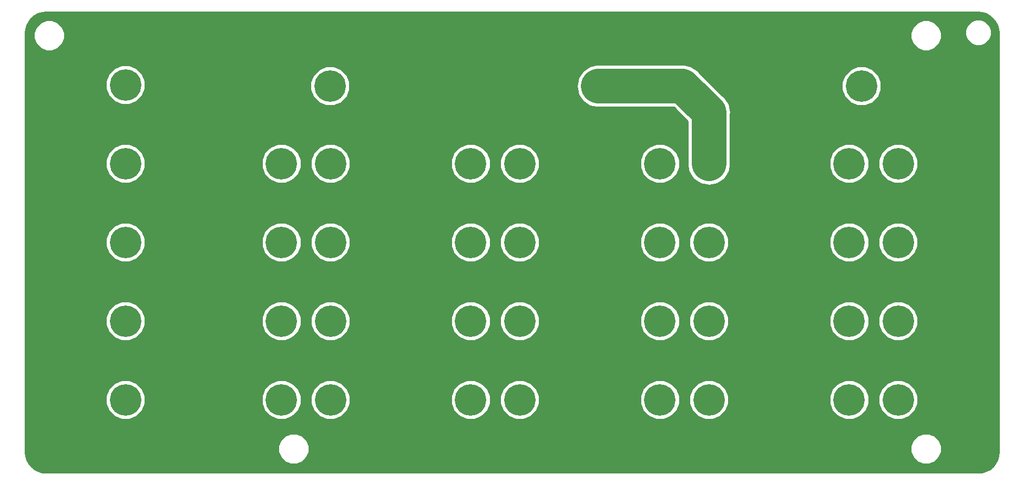
<source format=gbr>
G04 #@! TF.GenerationSoftware,KiCad,Pcbnew,(5.0.0)*
G04 #@! TF.CreationDate,2018-12-30T19:09:48-06:00*
G04 #@! TF.ProjectId,PatchPanel_Hardware,506174636850616E656C5F4861726477,rev?*
G04 #@! TF.SameCoordinates,Original*
G04 #@! TF.FileFunction,Copper,L2,Bot,Signal*
G04 #@! TF.FilePolarity,Positive*
%FSLAX46Y46*%
G04 Gerber Fmt 4.6, Leading zero omitted, Abs format (unit mm)*
G04 Created by KiCad (PCBNEW (5.0.0)) date 12/30/18 19:09:48*
%MOMM*%
%LPD*%
G01*
G04 APERTURE LIST*
G04 #@! TA.AperFunction,ComponentPad*
%ADD10C,5.080000*%
G04 #@! TD*
G04 #@! TA.AperFunction,Conductor*
%ADD11C,5.588000*%
G04 #@! TD*
G04 #@! TA.AperFunction,Conductor*
%ADD12C,0.254000*%
G04 #@! TD*
G04 APERTURE END LIST*
D10*
G04 #@! TO.P,Conn10,3*
G04 #@! TO.N,+12VA*
X206310000Y-37820000D03*
G04 #@! TO.P,Conn10,2*
G04 #@! TO.N,+12L*
X214210000Y-37820000D03*
G04 #@! TO.P,Conn10,1*
G04 #@! TO.N,GND*
X222110000Y-37820000D03*
G04 #@! TD*
G04 #@! TO.P,Conn1,3*
G04 #@! TO.N,+12VA*
X267270000Y-50520000D03*
G04 #@! TO.P,Conn1,2*
G04 #@! TO.N,+12L*
X275170000Y-50520000D03*
G04 #@! TO.P,Conn1,1*
G04 #@! TO.N,GND*
X283070000Y-50520000D03*
G04 #@! TD*
G04 #@! TO.P,Conn2,3*
G04 #@! TO.N,+12VA*
X267270000Y-63220000D03*
G04 #@! TO.P,Conn2,2*
G04 #@! TO.N,+12L*
X275170000Y-63220000D03*
G04 #@! TO.P,Conn2,1*
G04 #@! TO.N,GND*
X283070000Y-63220000D03*
G04 #@! TD*
G04 #@! TO.P,Conn3,3*
G04 #@! TO.N,+12VA*
X206310000Y-63220000D03*
G04 #@! TO.P,Conn3,2*
G04 #@! TO.N,+12L*
X214210000Y-63220000D03*
G04 #@! TO.P,Conn3,1*
G04 #@! TO.N,GND*
X222110000Y-63220000D03*
G04 #@! TD*
G04 #@! TO.P,Conn4,3*
G04 #@! TO.N,+12VA*
X267270000Y-75920000D03*
G04 #@! TO.P,Conn4,2*
G04 #@! TO.N,+12L*
X275170000Y-75920000D03*
G04 #@! TO.P,Conn4,1*
G04 #@! TO.N,GND*
X283070000Y-75920000D03*
G04 #@! TD*
G04 #@! TO.P,Conn5,3*
G04 #@! TO.N,+12VA*
X206310000Y-50520000D03*
G04 #@! TO.P,Conn5,2*
G04 #@! TO.N,+12L*
X214210000Y-50520000D03*
G04 #@! TO.P,Conn5,1*
G04 #@! TO.N,GND*
X222110000Y-50520000D03*
G04 #@! TD*
G04 #@! TO.P,Conn6,3*
G04 #@! TO.N,+12VA*
X236790000Y-75920000D03*
G04 #@! TO.P,Conn6,2*
G04 #@! TO.N,+12L*
X244690000Y-75920000D03*
G04 #@! TO.P,Conn6,1*
G04 #@! TO.N,GND*
X252590000Y-75920000D03*
G04 #@! TD*
G04 #@! TO.P,Conn7,3*
G04 #@! TO.N,+12VA*
X206310000Y-75920000D03*
G04 #@! TO.P,Conn7,2*
G04 #@! TO.N,+12L*
X214210000Y-75920000D03*
G04 #@! TO.P,Conn7,1*
G04 #@! TO.N,GND*
X222110000Y-75920000D03*
G04 #@! TD*
G04 #@! TO.P,Conn9,3*
G04 #@! TO.N,+12VA*
X175830000Y-50520000D03*
G04 #@! TO.P,Conn9,2*
G04 #@! TO.N,+12L*
X183730000Y-50520000D03*
G04 #@! TO.P,Conn9,1*
G04 #@! TO.N,GND*
X191630000Y-50520000D03*
G04 #@! TD*
G04 #@! TO.P,Conn11,3*
G04 #@! TO.N,+12VA*
X267270000Y-37820000D03*
G04 #@! TO.P,Conn11,2*
G04 #@! TO.N,+12L*
X275170000Y-37820000D03*
G04 #@! TO.P,Conn11,1*
G04 #@! TO.N,GND*
X283070000Y-37820000D03*
G04 #@! TD*
G04 #@! TO.P,Conn12,3*
G04 #@! TO.N,+12VA*
X236790000Y-63220000D03*
G04 #@! TO.P,Conn12,2*
G04 #@! TO.N,+12L*
X244690000Y-63220000D03*
G04 #@! TO.P,Conn12,1*
G04 #@! TO.N,GND*
X252590000Y-63220000D03*
G04 #@! TD*
G04 #@! TO.P,Conn13,3*
G04 #@! TO.N,+12VA*
X236790000Y-37820000D03*
G04 #@! TO.P,Conn13,2*
G04 #@! TO.N,+12L*
X244690000Y-37820000D03*
G04 #@! TO.P,Conn13,1*
G04 #@! TO.N,GND*
X252590000Y-37820000D03*
G04 #@! TD*
G04 #@! TO.P,Conn14,3*
G04 #@! TO.N,+12VA*
X236790000Y-50520000D03*
G04 #@! TO.P,Conn14,2*
G04 #@! TO.N,+12L*
X244690000Y-50520000D03*
G04 #@! TO.P,Conn14,1*
G04 #@! TO.N,GND*
X252590000Y-50520000D03*
G04 #@! TD*
G04 #@! TO.P,Conn15,3*
G04 #@! TO.N,+12VA*
X175830000Y-37820000D03*
G04 #@! TO.P,Conn15,2*
G04 #@! TO.N,+12L*
X183730000Y-37820000D03*
G04 #@! TO.P,Conn15,1*
G04 #@! TO.N,GND*
X191630000Y-37820000D03*
G04 #@! TD*
G04 #@! TO.P,Conn23,3*
G04 #@! TO.N,+12VA*
X175830000Y-75920000D03*
G04 #@! TO.P,Conn23,2*
G04 #@! TO.N,+12L*
X183730000Y-75920000D03*
G04 #@! TO.P,Conn23,1*
G04 #@! TO.N,GND*
X191630000Y-75920000D03*
G04 #@! TD*
G04 #@! TO.P,Conn24,3*
G04 #@! TO.N,+12VA*
X175830000Y-63220000D03*
G04 #@! TO.P,Conn24,2*
G04 #@! TO.N,+12L*
X183730000Y-63220000D03*
G04 #@! TO.P,Conn24,1*
G04 #@! TO.N,GND*
X191630000Y-63220000D03*
G04 #@! TD*
G04 #@! TO.P,Conn8,1*
G04 #@! TO.N,GND*
X269266000Y-17412000D03*
G04 #@! TO.P,Conn8,2*
G04 #@! TO.N,+12VA*
X269266000Y-25312000D03*
G04 #@! TD*
G04 #@! TO.P,Conn16,1*
G04 #@! TO.N,GND*
X226848000Y-17412000D03*
G04 #@! TO.P,Conn16,2*
G04 #@! TO.N,+12L*
X226848000Y-25312000D03*
G04 #@! TD*
G04 #@! TO.P,Conn17,2*
G04 #@! TO.N,+12C*
X183668000Y-25312000D03*
G04 #@! TO.P,Conn17,1*
G04 #@! TO.N,GND*
X183668000Y-17412000D03*
G04 #@! TD*
G04 #@! TO.P,Conn18,1*
G04 #@! TO.N,GND*
X158610000Y-25120000D03*
G04 #@! TO.P,Conn18,2*
G04 #@! TO.N,+12C*
X150710000Y-25120000D03*
G04 #@! TD*
G04 #@! TO.P,Conn19,2*
G04 #@! TO.N,+12C*
X150710000Y-37820000D03*
G04 #@! TO.P,Conn19,1*
G04 #@! TO.N,GND*
X158610000Y-37820000D03*
G04 #@! TD*
G04 #@! TO.P,Conn20,1*
G04 #@! TO.N,GND*
X158610000Y-50520000D03*
G04 #@! TO.P,Conn20,2*
G04 #@! TO.N,+12C*
X150710000Y-50520000D03*
G04 #@! TD*
G04 #@! TO.P,Conn21,2*
G04 #@! TO.N,+12C*
X150710000Y-75920000D03*
G04 #@! TO.P,Conn21,1*
G04 #@! TO.N,GND*
X158610000Y-75920000D03*
G04 #@! TD*
G04 #@! TO.P,Conn22,1*
G04 #@! TO.N,GND*
X158610000Y-63220000D03*
G04 #@! TO.P,Conn22,2*
G04 #@! TO.N,+12C*
X150710000Y-63220000D03*
G04 #@! TD*
D11*
G04 #@! TO.N,+12L*
X226848000Y-25312000D02*
X240450000Y-25312000D01*
X244690000Y-29552000D02*
X244690000Y-37820000D01*
X240450000Y-25312000D02*
X244690000Y-29552000D01*
G04 #@! TD*
D12*
G04 #@! TO.N,GND*
G36*
X288686797Y-13477215D02*
X289312813Y-13666221D01*
X289890192Y-13973218D01*
X290396941Y-14386514D01*
X290813769Y-14890371D01*
X291124790Y-15465592D01*
X291318160Y-16090269D01*
X291390000Y-16773783D01*
X291390001Y-84293261D01*
X291322784Y-84978798D01*
X291133779Y-85604812D01*
X290826780Y-86182193D01*
X290413486Y-86688941D01*
X289909629Y-87105769D01*
X289334408Y-87416790D01*
X288709731Y-87610160D01*
X288026217Y-87682000D01*
X137956729Y-87682000D01*
X137271202Y-87614784D01*
X136645188Y-87425779D01*
X136067807Y-87118780D01*
X135561059Y-86705486D01*
X135144231Y-86201629D01*
X134833210Y-85626408D01*
X134639840Y-85001731D01*
X134568000Y-84318217D01*
X134568000Y-83327393D01*
X175323500Y-83327393D01*
X175323500Y-84312607D01*
X175700524Y-85222825D01*
X176397175Y-85919476D01*
X177307393Y-86296500D01*
X178292607Y-86296500D01*
X179202825Y-85919476D01*
X179899476Y-85222825D01*
X180276500Y-84312607D01*
X180276500Y-83327393D01*
X277177500Y-83327393D01*
X277177500Y-84312607D01*
X277554524Y-85222825D01*
X278251175Y-85919476D01*
X279161393Y-86296500D01*
X280146607Y-86296500D01*
X281056825Y-85919476D01*
X281753476Y-85222825D01*
X282130500Y-84312607D01*
X282130500Y-83327393D01*
X281753476Y-82417175D01*
X281056825Y-81720524D01*
X280146607Y-81343500D01*
X279161393Y-81343500D01*
X278251175Y-81720524D01*
X277554524Y-82417175D01*
X277177500Y-83327393D01*
X180276500Y-83327393D01*
X179899476Y-82417175D01*
X179202825Y-81720524D01*
X178292607Y-81343500D01*
X177307393Y-81343500D01*
X176397175Y-81720524D01*
X175700524Y-82417175D01*
X175323500Y-83327393D01*
X134568000Y-83327393D01*
X134568000Y-75288453D01*
X147535000Y-75288453D01*
X147535000Y-76551547D01*
X148018365Y-77718493D01*
X148911507Y-78611635D01*
X150078453Y-79095000D01*
X151341547Y-79095000D01*
X152508493Y-78611635D01*
X153401635Y-77718493D01*
X153885000Y-76551547D01*
X153885000Y-75288453D01*
X172655000Y-75288453D01*
X172655000Y-76551547D01*
X173138365Y-77718493D01*
X174031507Y-78611635D01*
X175198453Y-79095000D01*
X176461547Y-79095000D01*
X177628493Y-78611635D01*
X178521635Y-77718493D01*
X179005000Y-76551547D01*
X179005000Y-75288453D01*
X180555000Y-75288453D01*
X180555000Y-76551547D01*
X181038365Y-77718493D01*
X181931507Y-78611635D01*
X183098453Y-79095000D01*
X184361547Y-79095000D01*
X185528493Y-78611635D01*
X186421635Y-77718493D01*
X186905000Y-76551547D01*
X186905000Y-75288453D01*
X203135000Y-75288453D01*
X203135000Y-76551547D01*
X203618365Y-77718493D01*
X204511507Y-78611635D01*
X205678453Y-79095000D01*
X206941547Y-79095000D01*
X208108493Y-78611635D01*
X209001635Y-77718493D01*
X209485000Y-76551547D01*
X209485000Y-75288453D01*
X211035000Y-75288453D01*
X211035000Y-76551547D01*
X211518365Y-77718493D01*
X212411507Y-78611635D01*
X213578453Y-79095000D01*
X214841547Y-79095000D01*
X216008493Y-78611635D01*
X216901635Y-77718493D01*
X217385000Y-76551547D01*
X217385000Y-75288453D01*
X233615000Y-75288453D01*
X233615000Y-76551547D01*
X234098365Y-77718493D01*
X234991507Y-78611635D01*
X236158453Y-79095000D01*
X237421547Y-79095000D01*
X238588493Y-78611635D01*
X239481635Y-77718493D01*
X239965000Y-76551547D01*
X239965000Y-75288453D01*
X241515000Y-75288453D01*
X241515000Y-76551547D01*
X241998365Y-77718493D01*
X242891507Y-78611635D01*
X244058453Y-79095000D01*
X245321547Y-79095000D01*
X246488493Y-78611635D01*
X247381635Y-77718493D01*
X247865000Y-76551547D01*
X247865000Y-75288453D01*
X264095000Y-75288453D01*
X264095000Y-76551547D01*
X264578365Y-77718493D01*
X265471507Y-78611635D01*
X266638453Y-79095000D01*
X267901547Y-79095000D01*
X269068493Y-78611635D01*
X269961635Y-77718493D01*
X270445000Y-76551547D01*
X270445000Y-75288453D01*
X271995000Y-75288453D01*
X271995000Y-76551547D01*
X272478365Y-77718493D01*
X273371507Y-78611635D01*
X274538453Y-79095000D01*
X275801547Y-79095000D01*
X276968493Y-78611635D01*
X277861635Y-77718493D01*
X278345000Y-76551547D01*
X278345000Y-75288453D01*
X277861635Y-74121507D01*
X276968493Y-73228365D01*
X275801547Y-72745000D01*
X274538453Y-72745000D01*
X273371507Y-73228365D01*
X272478365Y-74121507D01*
X271995000Y-75288453D01*
X270445000Y-75288453D01*
X269961635Y-74121507D01*
X269068493Y-73228365D01*
X267901547Y-72745000D01*
X266638453Y-72745000D01*
X265471507Y-73228365D01*
X264578365Y-74121507D01*
X264095000Y-75288453D01*
X247865000Y-75288453D01*
X247381635Y-74121507D01*
X246488493Y-73228365D01*
X245321547Y-72745000D01*
X244058453Y-72745000D01*
X242891507Y-73228365D01*
X241998365Y-74121507D01*
X241515000Y-75288453D01*
X239965000Y-75288453D01*
X239481635Y-74121507D01*
X238588493Y-73228365D01*
X237421547Y-72745000D01*
X236158453Y-72745000D01*
X234991507Y-73228365D01*
X234098365Y-74121507D01*
X233615000Y-75288453D01*
X217385000Y-75288453D01*
X216901635Y-74121507D01*
X216008493Y-73228365D01*
X214841547Y-72745000D01*
X213578453Y-72745000D01*
X212411507Y-73228365D01*
X211518365Y-74121507D01*
X211035000Y-75288453D01*
X209485000Y-75288453D01*
X209001635Y-74121507D01*
X208108493Y-73228365D01*
X206941547Y-72745000D01*
X205678453Y-72745000D01*
X204511507Y-73228365D01*
X203618365Y-74121507D01*
X203135000Y-75288453D01*
X186905000Y-75288453D01*
X186421635Y-74121507D01*
X185528493Y-73228365D01*
X184361547Y-72745000D01*
X183098453Y-72745000D01*
X181931507Y-73228365D01*
X181038365Y-74121507D01*
X180555000Y-75288453D01*
X179005000Y-75288453D01*
X178521635Y-74121507D01*
X177628493Y-73228365D01*
X176461547Y-72745000D01*
X175198453Y-72745000D01*
X174031507Y-73228365D01*
X173138365Y-74121507D01*
X172655000Y-75288453D01*
X153885000Y-75288453D01*
X153401635Y-74121507D01*
X152508493Y-73228365D01*
X151341547Y-72745000D01*
X150078453Y-72745000D01*
X148911507Y-73228365D01*
X148018365Y-74121507D01*
X147535000Y-75288453D01*
X134568000Y-75288453D01*
X134568000Y-62588453D01*
X147535000Y-62588453D01*
X147535000Y-63851547D01*
X148018365Y-65018493D01*
X148911507Y-65911635D01*
X150078453Y-66395000D01*
X151341547Y-66395000D01*
X152508493Y-65911635D01*
X153401635Y-65018493D01*
X153885000Y-63851547D01*
X153885000Y-62588453D01*
X172655000Y-62588453D01*
X172655000Y-63851547D01*
X173138365Y-65018493D01*
X174031507Y-65911635D01*
X175198453Y-66395000D01*
X176461547Y-66395000D01*
X177628493Y-65911635D01*
X178521635Y-65018493D01*
X179005000Y-63851547D01*
X179005000Y-62588453D01*
X180555000Y-62588453D01*
X180555000Y-63851547D01*
X181038365Y-65018493D01*
X181931507Y-65911635D01*
X183098453Y-66395000D01*
X184361547Y-66395000D01*
X185528493Y-65911635D01*
X186421635Y-65018493D01*
X186905000Y-63851547D01*
X186905000Y-62588453D01*
X203135000Y-62588453D01*
X203135000Y-63851547D01*
X203618365Y-65018493D01*
X204511507Y-65911635D01*
X205678453Y-66395000D01*
X206941547Y-66395000D01*
X208108493Y-65911635D01*
X209001635Y-65018493D01*
X209485000Y-63851547D01*
X209485000Y-62588453D01*
X211035000Y-62588453D01*
X211035000Y-63851547D01*
X211518365Y-65018493D01*
X212411507Y-65911635D01*
X213578453Y-66395000D01*
X214841547Y-66395000D01*
X216008493Y-65911635D01*
X216901635Y-65018493D01*
X217385000Y-63851547D01*
X217385000Y-62588453D01*
X233615000Y-62588453D01*
X233615000Y-63851547D01*
X234098365Y-65018493D01*
X234991507Y-65911635D01*
X236158453Y-66395000D01*
X237421547Y-66395000D01*
X238588493Y-65911635D01*
X239481635Y-65018493D01*
X239965000Y-63851547D01*
X239965000Y-62588453D01*
X241515000Y-62588453D01*
X241515000Y-63851547D01*
X241998365Y-65018493D01*
X242891507Y-65911635D01*
X244058453Y-66395000D01*
X245321547Y-66395000D01*
X246488493Y-65911635D01*
X247381635Y-65018493D01*
X247865000Y-63851547D01*
X247865000Y-62588453D01*
X264095000Y-62588453D01*
X264095000Y-63851547D01*
X264578365Y-65018493D01*
X265471507Y-65911635D01*
X266638453Y-66395000D01*
X267901547Y-66395000D01*
X269068493Y-65911635D01*
X269961635Y-65018493D01*
X270445000Y-63851547D01*
X270445000Y-62588453D01*
X271995000Y-62588453D01*
X271995000Y-63851547D01*
X272478365Y-65018493D01*
X273371507Y-65911635D01*
X274538453Y-66395000D01*
X275801547Y-66395000D01*
X276968493Y-65911635D01*
X277861635Y-65018493D01*
X278345000Y-63851547D01*
X278345000Y-62588453D01*
X277861635Y-61421507D01*
X276968493Y-60528365D01*
X275801547Y-60045000D01*
X274538453Y-60045000D01*
X273371507Y-60528365D01*
X272478365Y-61421507D01*
X271995000Y-62588453D01*
X270445000Y-62588453D01*
X269961635Y-61421507D01*
X269068493Y-60528365D01*
X267901547Y-60045000D01*
X266638453Y-60045000D01*
X265471507Y-60528365D01*
X264578365Y-61421507D01*
X264095000Y-62588453D01*
X247865000Y-62588453D01*
X247381635Y-61421507D01*
X246488493Y-60528365D01*
X245321547Y-60045000D01*
X244058453Y-60045000D01*
X242891507Y-60528365D01*
X241998365Y-61421507D01*
X241515000Y-62588453D01*
X239965000Y-62588453D01*
X239481635Y-61421507D01*
X238588493Y-60528365D01*
X237421547Y-60045000D01*
X236158453Y-60045000D01*
X234991507Y-60528365D01*
X234098365Y-61421507D01*
X233615000Y-62588453D01*
X217385000Y-62588453D01*
X216901635Y-61421507D01*
X216008493Y-60528365D01*
X214841547Y-60045000D01*
X213578453Y-60045000D01*
X212411507Y-60528365D01*
X211518365Y-61421507D01*
X211035000Y-62588453D01*
X209485000Y-62588453D01*
X209001635Y-61421507D01*
X208108493Y-60528365D01*
X206941547Y-60045000D01*
X205678453Y-60045000D01*
X204511507Y-60528365D01*
X203618365Y-61421507D01*
X203135000Y-62588453D01*
X186905000Y-62588453D01*
X186421635Y-61421507D01*
X185528493Y-60528365D01*
X184361547Y-60045000D01*
X183098453Y-60045000D01*
X181931507Y-60528365D01*
X181038365Y-61421507D01*
X180555000Y-62588453D01*
X179005000Y-62588453D01*
X178521635Y-61421507D01*
X177628493Y-60528365D01*
X176461547Y-60045000D01*
X175198453Y-60045000D01*
X174031507Y-60528365D01*
X173138365Y-61421507D01*
X172655000Y-62588453D01*
X153885000Y-62588453D01*
X153401635Y-61421507D01*
X152508493Y-60528365D01*
X151341547Y-60045000D01*
X150078453Y-60045000D01*
X148911507Y-60528365D01*
X148018365Y-61421507D01*
X147535000Y-62588453D01*
X134568000Y-62588453D01*
X134568000Y-49888453D01*
X147535000Y-49888453D01*
X147535000Y-51151547D01*
X148018365Y-52318493D01*
X148911507Y-53211635D01*
X150078453Y-53695000D01*
X151341547Y-53695000D01*
X152508493Y-53211635D01*
X153401635Y-52318493D01*
X153885000Y-51151547D01*
X153885000Y-49888453D01*
X172655000Y-49888453D01*
X172655000Y-51151547D01*
X173138365Y-52318493D01*
X174031507Y-53211635D01*
X175198453Y-53695000D01*
X176461547Y-53695000D01*
X177628493Y-53211635D01*
X178521635Y-52318493D01*
X179005000Y-51151547D01*
X179005000Y-49888453D01*
X180555000Y-49888453D01*
X180555000Y-51151547D01*
X181038365Y-52318493D01*
X181931507Y-53211635D01*
X183098453Y-53695000D01*
X184361547Y-53695000D01*
X185528493Y-53211635D01*
X186421635Y-52318493D01*
X186905000Y-51151547D01*
X186905000Y-49888453D01*
X203135000Y-49888453D01*
X203135000Y-51151547D01*
X203618365Y-52318493D01*
X204511507Y-53211635D01*
X205678453Y-53695000D01*
X206941547Y-53695000D01*
X208108493Y-53211635D01*
X209001635Y-52318493D01*
X209485000Y-51151547D01*
X209485000Y-49888453D01*
X211035000Y-49888453D01*
X211035000Y-51151547D01*
X211518365Y-52318493D01*
X212411507Y-53211635D01*
X213578453Y-53695000D01*
X214841547Y-53695000D01*
X216008493Y-53211635D01*
X216901635Y-52318493D01*
X217385000Y-51151547D01*
X217385000Y-49888453D01*
X233615000Y-49888453D01*
X233615000Y-51151547D01*
X234098365Y-52318493D01*
X234991507Y-53211635D01*
X236158453Y-53695000D01*
X237421547Y-53695000D01*
X238588493Y-53211635D01*
X239481635Y-52318493D01*
X239965000Y-51151547D01*
X239965000Y-49888453D01*
X241515000Y-49888453D01*
X241515000Y-51151547D01*
X241998365Y-52318493D01*
X242891507Y-53211635D01*
X244058453Y-53695000D01*
X245321547Y-53695000D01*
X246488493Y-53211635D01*
X247381635Y-52318493D01*
X247865000Y-51151547D01*
X247865000Y-49888453D01*
X264095000Y-49888453D01*
X264095000Y-51151547D01*
X264578365Y-52318493D01*
X265471507Y-53211635D01*
X266638453Y-53695000D01*
X267901547Y-53695000D01*
X269068493Y-53211635D01*
X269961635Y-52318493D01*
X270445000Y-51151547D01*
X270445000Y-49888453D01*
X271995000Y-49888453D01*
X271995000Y-51151547D01*
X272478365Y-52318493D01*
X273371507Y-53211635D01*
X274538453Y-53695000D01*
X275801547Y-53695000D01*
X276968493Y-53211635D01*
X277861635Y-52318493D01*
X278345000Y-51151547D01*
X278345000Y-49888453D01*
X277861635Y-48721507D01*
X276968493Y-47828365D01*
X275801547Y-47345000D01*
X274538453Y-47345000D01*
X273371507Y-47828365D01*
X272478365Y-48721507D01*
X271995000Y-49888453D01*
X270445000Y-49888453D01*
X269961635Y-48721507D01*
X269068493Y-47828365D01*
X267901547Y-47345000D01*
X266638453Y-47345000D01*
X265471507Y-47828365D01*
X264578365Y-48721507D01*
X264095000Y-49888453D01*
X247865000Y-49888453D01*
X247381635Y-48721507D01*
X246488493Y-47828365D01*
X245321547Y-47345000D01*
X244058453Y-47345000D01*
X242891507Y-47828365D01*
X241998365Y-48721507D01*
X241515000Y-49888453D01*
X239965000Y-49888453D01*
X239481635Y-48721507D01*
X238588493Y-47828365D01*
X237421547Y-47345000D01*
X236158453Y-47345000D01*
X234991507Y-47828365D01*
X234098365Y-48721507D01*
X233615000Y-49888453D01*
X217385000Y-49888453D01*
X216901635Y-48721507D01*
X216008493Y-47828365D01*
X214841547Y-47345000D01*
X213578453Y-47345000D01*
X212411507Y-47828365D01*
X211518365Y-48721507D01*
X211035000Y-49888453D01*
X209485000Y-49888453D01*
X209001635Y-48721507D01*
X208108493Y-47828365D01*
X206941547Y-47345000D01*
X205678453Y-47345000D01*
X204511507Y-47828365D01*
X203618365Y-48721507D01*
X203135000Y-49888453D01*
X186905000Y-49888453D01*
X186421635Y-48721507D01*
X185528493Y-47828365D01*
X184361547Y-47345000D01*
X183098453Y-47345000D01*
X181931507Y-47828365D01*
X181038365Y-48721507D01*
X180555000Y-49888453D01*
X179005000Y-49888453D01*
X178521635Y-48721507D01*
X177628493Y-47828365D01*
X176461547Y-47345000D01*
X175198453Y-47345000D01*
X174031507Y-47828365D01*
X173138365Y-48721507D01*
X172655000Y-49888453D01*
X153885000Y-49888453D01*
X153401635Y-48721507D01*
X152508493Y-47828365D01*
X151341547Y-47345000D01*
X150078453Y-47345000D01*
X148911507Y-47828365D01*
X148018365Y-48721507D01*
X147535000Y-49888453D01*
X134568000Y-49888453D01*
X134568000Y-37188453D01*
X147535000Y-37188453D01*
X147535000Y-38451547D01*
X148018365Y-39618493D01*
X148911507Y-40511635D01*
X150078453Y-40995000D01*
X151341547Y-40995000D01*
X152508493Y-40511635D01*
X153401635Y-39618493D01*
X153885000Y-38451547D01*
X153885000Y-37188453D01*
X172655000Y-37188453D01*
X172655000Y-38451547D01*
X173138365Y-39618493D01*
X174031507Y-40511635D01*
X175198453Y-40995000D01*
X176461547Y-40995000D01*
X177628493Y-40511635D01*
X178521635Y-39618493D01*
X179005000Y-38451547D01*
X179005000Y-37188453D01*
X180555000Y-37188453D01*
X180555000Y-38451547D01*
X181038365Y-39618493D01*
X181931507Y-40511635D01*
X183098453Y-40995000D01*
X184361547Y-40995000D01*
X185528493Y-40511635D01*
X186421635Y-39618493D01*
X186905000Y-38451547D01*
X186905000Y-37188453D01*
X203135000Y-37188453D01*
X203135000Y-38451547D01*
X203618365Y-39618493D01*
X204511507Y-40511635D01*
X205678453Y-40995000D01*
X206941547Y-40995000D01*
X208108493Y-40511635D01*
X209001635Y-39618493D01*
X209485000Y-38451547D01*
X209485000Y-37188453D01*
X211035000Y-37188453D01*
X211035000Y-38451547D01*
X211518365Y-39618493D01*
X212411507Y-40511635D01*
X213578453Y-40995000D01*
X214841547Y-40995000D01*
X216008493Y-40511635D01*
X216901635Y-39618493D01*
X217385000Y-38451547D01*
X217385000Y-37188453D01*
X233615000Y-37188453D01*
X233615000Y-38451547D01*
X234098365Y-39618493D01*
X234991507Y-40511635D01*
X236158453Y-40995000D01*
X237421547Y-40995000D01*
X238588493Y-40511635D01*
X239481635Y-39618493D01*
X239965000Y-38451547D01*
X239965000Y-37188453D01*
X239481635Y-36021507D01*
X238588493Y-35128365D01*
X237421547Y-34645000D01*
X236158453Y-34645000D01*
X234991507Y-35128365D01*
X234098365Y-36021507D01*
X233615000Y-37188453D01*
X217385000Y-37188453D01*
X216901635Y-36021507D01*
X216008493Y-35128365D01*
X214841547Y-34645000D01*
X213578453Y-34645000D01*
X212411507Y-35128365D01*
X211518365Y-36021507D01*
X211035000Y-37188453D01*
X209485000Y-37188453D01*
X209001635Y-36021507D01*
X208108493Y-35128365D01*
X206941547Y-34645000D01*
X205678453Y-34645000D01*
X204511507Y-35128365D01*
X203618365Y-36021507D01*
X203135000Y-37188453D01*
X186905000Y-37188453D01*
X186421635Y-36021507D01*
X185528493Y-35128365D01*
X184361547Y-34645000D01*
X183098453Y-34645000D01*
X181931507Y-35128365D01*
X181038365Y-36021507D01*
X180555000Y-37188453D01*
X179005000Y-37188453D01*
X178521635Y-36021507D01*
X177628493Y-35128365D01*
X176461547Y-34645000D01*
X175198453Y-34645000D01*
X174031507Y-35128365D01*
X173138365Y-36021507D01*
X172655000Y-37188453D01*
X153885000Y-37188453D01*
X153401635Y-36021507D01*
X152508493Y-35128365D01*
X151341547Y-34645000D01*
X150078453Y-34645000D01*
X148911507Y-35128365D01*
X148018365Y-36021507D01*
X147535000Y-37188453D01*
X134568000Y-37188453D01*
X134568000Y-24488453D01*
X147535000Y-24488453D01*
X147535000Y-25751547D01*
X148018365Y-26918493D01*
X148911507Y-27811635D01*
X150078453Y-28295000D01*
X151341547Y-28295000D01*
X152508493Y-27811635D01*
X153401635Y-26918493D01*
X153885000Y-25751547D01*
X153885000Y-24680453D01*
X180493000Y-24680453D01*
X180493000Y-25943547D01*
X180976365Y-27110493D01*
X181869507Y-28003635D01*
X183036453Y-28487000D01*
X184299547Y-28487000D01*
X185466493Y-28003635D01*
X186359635Y-27110493D01*
X186843000Y-25943547D01*
X186843000Y-25312000D01*
X223351822Y-25312000D01*
X223617953Y-26649929D01*
X224375829Y-27784171D01*
X225510071Y-28542047D01*
X226510274Y-28741000D01*
X239029663Y-28741000D01*
X241261000Y-30972338D01*
X241261001Y-38157726D01*
X241459954Y-39157929D01*
X242217830Y-40292171D01*
X243352072Y-41050047D01*
X244690000Y-41316178D01*
X246027929Y-41050047D01*
X247162171Y-40292171D01*
X247920047Y-39157929D01*
X248119000Y-38157726D01*
X248119000Y-37188453D01*
X264095000Y-37188453D01*
X264095000Y-38451547D01*
X264578365Y-39618493D01*
X265471507Y-40511635D01*
X266638453Y-40995000D01*
X267901547Y-40995000D01*
X269068493Y-40511635D01*
X269961635Y-39618493D01*
X270445000Y-38451547D01*
X270445000Y-37188453D01*
X271995000Y-37188453D01*
X271995000Y-38451547D01*
X272478365Y-39618493D01*
X273371507Y-40511635D01*
X274538453Y-40995000D01*
X275801547Y-40995000D01*
X276968493Y-40511635D01*
X277861635Y-39618493D01*
X278345000Y-38451547D01*
X278345000Y-37188453D01*
X277861635Y-36021507D01*
X276968493Y-35128365D01*
X275801547Y-34645000D01*
X274538453Y-34645000D01*
X273371507Y-35128365D01*
X272478365Y-36021507D01*
X271995000Y-37188453D01*
X270445000Y-37188453D01*
X269961635Y-36021507D01*
X269068493Y-35128365D01*
X267901547Y-34645000D01*
X266638453Y-34645000D01*
X265471507Y-35128365D01*
X264578365Y-36021507D01*
X264095000Y-37188453D01*
X248119000Y-37188453D01*
X248119000Y-29889726D01*
X248186178Y-29552000D01*
X247920047Y-28214070D01*
X247353477Y-27366139D01*
X247162171Y-27079829D01*
X246875861Y-26888523D01*
X244667791Y-24680453D01*
X266091000Y-24680453D01*
X266091000Y-25943547D01*
X266574365Y-27110493D01*
X267467507Y-28003635D01*
X268634453Y-28487000D01*
X269897547Y-28487000D01*
X271064493Y-28003635D01*
X271957635Y-27110493D01*
X272441000Y-25943547D01*
X272441000Y-24680453D01*
X271957635Y-23513507D01*
X271064493Y-22620365D01*
X269897547Y-22137000D01*
X268634453Y-22137000D01*
X267467507Y-22620365D01*
X266574365Y-23513507D01*
X266091000Y-24680453D01*
X244667791Y-24680453D01*
X243113479Y-23126142D01*
X242922171Y-22839829D01*
X241787929Y-22081953D01*
X240787726Y-21883000D01*
X240787721Y-21883000D01*
X240450000Y-21815823D01*
X240112279Y-21883000D01*
X226510274Y-21883000D01*
X225510071Y-22081953D01*
X224375829Y-22839829D01*
X223617953Y-23974071D01*
X223351822Y-25312000D01*
X186843000Y-25312000D01*
X186843000Y-24680453D01*
X186359635Y-23513507D01*
X185466493Y-22620365D01*
X184299547Y-22137000D01*
X183036453Y-22137000D01*
X181869507Y-22620365D01*
X180976365Y-23513507D01*
X180493000Y-24680453D01*
X153885000Y-24680453D01*
X153885000Y-24488453D01*
X153401635Y-23321507D01*
X152508493Y-22428365D01*
X151341547Y-21945000D01*
X150078453Y-21945000D01*
X148911507Y-22428365D01*
X148018365Y-23321507D01*
X147535000Y-24488453D01*
X134568000Y-24488453D01*
X134568000Y-16798720D01*
X134582347Y-16652393D01*
X135953500Y-16652393D01*
X135953500Y-17637607D01*
X136330524Y-18547825D01*
X137027175Y-19244476D01*
X137937393Y-19621500D01*
X138922607Y-19621500D01*
X139832825Y-19244476D01*
X140529476Y-18547825D01*
X140906500Y-17637607D01*
X140906500Y-16652393D01*
X277177500Y-16652393D01*
X277177500Y-17637607D01*
X277554524Y-18547825D01*
X278251175Y-19244476D01*
X279161393Y-19621500D01*
X280146607Y-19621500D01*
X281056825Y-19244476D01*
X281753476Y-18547825D01*
X282130500Y-17637607D01*
X282130500Y-16652393D01*
X281979884Y-16288773D01*
X285983680Y-16288773D01*
X285983680Y-17127467D01*
X286304634Y-17902319D01*
X286897681Y-18495366D01*
X287672533Y-18816320D01*
X288511227Y-18816320D01*
X289286079Y-18495366D01*
X289879126Y-17902319D01*
X290200080Y-17127467D01*
X290200080Y-16288773D01*
X289879126Y-15513921D01*
X289286079Y-14920874D01*
X288511227Y-14599920D01*
X287672533Y-14599920D01*
X286897681Y-14920874D01*
X286304634Y-15513921D01*
X285983680Y-16288773D01*
X281979884Y-16288773D01*
X281753476Y-15742175D01*
X281056825Y-15045524D01*
X280146607Y-14668500D01*
X279161393Y-14668500D01*
X278251175Y-15045524D01*
X277554524Y-15742175D01*
X277177500Y-16652393D01*
X140906500Y-16652393D01*
X140529476Y-15742175D01*
X139832825Y-15045524D01*
X138922607Y-14668500D01*
X137937393Y-14668500D01*
X137027175Y-15045524D01*
X136330524Y-15742175D01*
X135953500Y-16652393D01*
X134582347Y-16652393D01*
X134635215Y-16113203D01*
X134824221Y-15487187D01*
X135131218Y-14909808D01*
X135544514Y-14403059D01*
X136048371Y-13986231D01*
X136623592Y-13675210D01*
X137248269Y-13481840D01*
X137931783Y-13410000D01*
X288001280Y-13410000D01*
X288686797Y-13477215D01*
X288686797Y-13477215D01*
G37*
X288686797Y-13477215D02*
X289312813Y-13666221D01*
X289890192Y-13973218D01*
X290396941Y-14386514D01*
X290813769Y-14890371D01*
X291124790Y-15465592D01*
X291318160Y-16090269D01*
X291390000Y-16773783D01*
X291390001Y-84293261D01*
X291322784Y-84978798D01*
X291133779Y-85604812D01*
X290826780Y-86182193D01*
X290413486Y-86688941D01*
X289909629Y-87105769D01*
X289334408Y-87416790D01*
X288709731Y-87610160D01*
X288026217Y-87682000D01*
X137956729Y-87682000D01*
X137271202Y-87614784D01*
X136645188Y-87425779D01*
X136067807Y-87118780D01*
X135561059Y-86705486D01*
X135144231Y-86201629D01*
X134833210Y-85626408D01*
X134639840Y-85001731D01*
X134568000Y-84318217D01*
X134568000Y-83327393D01*
X175323500Y-83327393D01*
X175323500Y-84312607D01*
X175700524Y-85222825D01*
X176397175Y-85919476D01*
X177307393Y-86296500D01*
X178292607Y-86296500D01*
X179202825Y-85919476D01*
X179899476Y-85222825D01*
X180276500Y-84312607D01*
X180276500Y-83327393D01*
X277177500Y-83327393D01*
X277177500Y-84312607D01*
X277554524Y-85222825D01*
X278251175Y-85919476D01*
X279161393Y-86296500D01*
X280146607Y-86296500D01*
X281056825Y-85919476D01*
X281753476Y-85222825D01*
X282130500Y-84312607D01*
X282130500Y-83327393D01*
X281753476Y-82417175D01*
X281056825Y-81720524D01*
X280146607Y-81343500D01*
X279161393Y-81343500D01*
X278251175Y-81720524D01*
X277554524Y-82417175D01*
X277177500Y-83327393D01*
X180276500Y-83327393D01*
X179899476Y-82417175D01*
X179202825Y-81720524D01*
X178292607Y-81343500D01*
X177307393Y-81343500D01*
X176397175Y-81720524D01*
X175700524Y-82417175D01*
X175323500Y-83327393D01*
X134568000Y-83327393D01*
X134568000Y-75288453D01*
X147535000Y-75288453D01*
X147535000Y-76551547D01*
X148018365Y-77718493D01*
X148911507Y-78611635D01*
X150078453Y-79095000D01*
X151341547Y-79095000D01*
X152508493Y-78611635D01*
X153401635Y-77718493D01*
X153885000Y-76551547D01*
X153885000Y-75288453D01*
X172655000Y-75288453D01*
X172655000Y-76551547D01*
X173138365Y-77718493D01*
X174031507Y-78611635D01*
X175198453Y-79095000D01*
X176461547Y-79095000D01*
X177628493Y-78611635D01*
X178521635Y-77718493D01*
X179005000Y-76551547D01*
X179005000Y-75288453D01*
X180555000Y-75288453D01*
X180555000Y-76551547D01*
X181038365Y-77718493D01*
X181931507Y-78611635D01*
X183098453Y-79095000D01*
X184361547Y-79095000D01*
X185528493Y-78611635D01*
X186421635Y-77718493D01*
X186905000Y-76551547D01*
X186905000Y-75288453D01*
X203135000Y-75288453D01*
X203135000Y-76551547D01*
X203618365Y-77718493D01*
X204511507Y-78611635D01*
X205678453Y-79095000D01*
X206941547Y-79095000D01*
X208108493Y-78611635D01*
X209001635Y-77718493D01*
X209485000Y-76551547D01*
X209485000Y-75288453D01*
X211035000Y-75288453D01*
X211035000Y-76551547D01*
X211518365Y-77718493D01*
X212411507Y-78611635D01*
X213578453Y-79095000D01*
X214841547Y-79095000D01*
X216008493Y-78611635D01*
X216901635Y-77718493D01*
X217385000Y-76551547D01*
X217385000Y-75288453D01*
X233615000Y-75288453D01*
X233615000Y-76551547D01*
X234098365Y-77718493D01*
X234991507Y-78611635D01*
X236158453Y-79095000D01*
X237421547Y-79095000D01*
X238588493Y-78611635D01*
X239481635Y-77718493D01*
X239965000Y-76551547D01*
X239965000Y-75288453D01*
X241515000Y-75288453D01*
X241515000Y-76551547D01*
X241998365Y-77718493D01*
X242891507Y-78611635D01*
X244058453Y-79095000D01*
X245321547Y-79095000D01*
X246488493Y-78611635D01*
X247381635Y-77718493D01*
X247865000Y-76551547D01*
X247865000Y-75288453D01*
X264095000Y-75288453D01*
X264095000Y-76551547D01*
X264578365Y-77718493D01*
X265471507Y-78611635D01*
X266638453Y-79095000D01*
X267901547Y-79095000D01*
X269068493Y-78611635D01*
X269961635Y-77718493D01*
X270445000Y-76551547D01*
X270445000Y-75288453D01*
X271995000Y-75288453D01*
X271995000Y-76551547D01*
X272478365Y-77718493D01*
X273371507Y-78611635D01*
X274538453Y-79095000D01*
X275801547Y-79095000D01*
X276968493Y-78611635D01*
X277861635Y-77718493D01*
X278345000Y-76551547D01*
X278345000Y-75288453D01*
X277861635Y-74121507D01*
X276968493Y-73228365D01*
X275801547Y-72745000D01*
X274538453Y-72745000D01*
X273371507Y-73228365D01*
X272478365Y-74121507D01*
X271995000Y-75288453D01*
X270445000Y-75288453D01*
X269961635Y-74121507D01*
X269068493Y-73228365D01*
X267901547Y-72745000D01*
X266638453Y-72745000D01*
X265471507Y-73228365D01*
X264578365Y-74121507D01*
X264095000Y-75288453D01*
X247865000Y-75288453D01*
X247381635Y-74121507D01*
X246488493Y-73228365D01*
X245321547Y-72745000D01*
X244058453Y-72745000D01*
X242891507Y-73228365D01*
X241998365Y-74121507D01*
X241515000Y-75288453D01*
X239965000Y-75288453D01*
X239481635Y-74121507D01*
X238588493Y-73228365D01*
X237421547Y-72745000D01*
X236158453Y-72745000D01*
X234991507Y-73228365D01*
X234098365Y-74121507D01*
X233615000Y-75288453D01*
X217385000Y-75288453D01*
X216901635Y-74121507D01*
X216008493Y-73228365D01*
X214841547Y-72745000D01*
X213578453Y-72745000D01*
X212411507Y-73228365D01*
X211518365Y-74121507D01*
X211035000Y-75288453D01*
X209485000Y-75288453D01*
X209001635Y-74121507D01*
X208108493Y-73228365D01*
X206941547Y-72745000D01*
X205678453Y-72745000D01*
X204511507Y-73228365D01*
X203618365Y-74121507D01*
X203135000Y-75288453D01*
X186905000Y-75288453D01*
X186421635Y-74121507D01*
X185528493Y-73228365D01*
X184361547Y-72745000D01*
X183098453Y-72745000D01*
X181931507Y-73228365D01*
X181038365Y-74121507D01*
X180555000Y-75288453D01*
X179005000Y-75288453D01*
X178521635Y-74121507D01*
X177628493Y-73228365D01*
X176461547Y-72745000D01*
X175198453Y-72745000D01*
X174031507Y-73228365D01*
X173138365Y-74121507D01*
X172655000Y-75288453D01*
X153885000Y-75288453D01*
X153401635Y-74121507D01*
X152508493Y-73228365D01*
X151341547Y-72745000D01*
X150078453Y-72745000D01*
X148911507Y-73228365D01*
X148018365Y-74121507D01*
X147535000Y-75288453D01*
X134568000Y-75288453D01*
X134568000Y-62588453D01*
X147535000Y-62588453D01*
X147535000Y-63851547D01*
X148018365Y-65018493D01*
X148911507Y-65911635D01*
X150078453Y-66395000D01*
X151341547Y-66395000D01*
X152508493Y-65911635D01*
X153401635Y-65018493D01*
X153885000Y-63851547D01*
X153885000Y-62588453D01*
X172655000Y-62588453D01*
X172655000Y-63851547D01*
X173138365Y-65018493D01*
X174031507Y-65911635D01*
X175198453Y-66395000D01*
X176461547Y-66395000D01*
X177628493Y-65911635D01*
X178521635Y-65018493D01*
X179005000Y-63851547D01*
X179005000Y-62588453D01*
X180555000Y-62588453D01*
X180555000Y-63851547D01*
X181038365Y-65018493D01*
X181931507Y-65911635D01*
X183098453Y-66395000D01*
X184361547Y-66395000D01*
X185528493Y-65911635D01*
X186421635Y-65018493D01*
X186905000Y-63851547D01*
X186905000Y-62588453D01*
X203135000Y-62588453D01*
X203135000Y-63851547D01*
X203618365Y-65018493D01*
X204511507Y-65911635D01*
X205678453Y-66395000D01*
X206941547Y-66395000D01*
X208108493Y-65911635D01*
X209001635Y-65018493D01*
X209485000Y-63851547D01*
X209485000Y-62588453D01*
X211035000Y-62588453D01*
X211035000Y-63851547D01*
X211518365Y-65018493D01*
X212411507Y-65911635D01*
X213578453Y-66395000D01*
X214841547Y-66395000D01*
X216008493Y-65911635D01*
X216901635Y-65018493D01*
X217385000Y-63851547D01*
X217385000Y-62588453D01*
X233615000Y-62588453D01*
X233615000Y-63851547D01*
X234098365Y-65018493D01*
X234991507Y-65911635D01*
X236158453Y-66395000D01*
X237421547Y-66395000D01*
X238588493Y-65911635D01*
X239481635Y-65018493D01*
X239965000Y-63851547D01*
X239965000Y-62588453D01*
X241515000Y-62588453D01*
X241515000Y-63851547D01*
X241998365Y-65018493D01*
X242891507Y-65911635D01*
X244058453Y-66395000D01*
X245321547Y-66395000D01*
X246488493Y-65911635D01*
X247381635Y-65018493D01*
X247865000Y-63851547D01*
X247865000Y-62588453D01*
X264095000Y-62588453D01*
X264095000Y-63851547D01*
X264578365Y-65018493D01*
X265471507Y-65911635D01*
X266638453Y-66395000D01*
X267901547Y-66395000D01*
X269068493Y-65911635D01*
X269961635Y-65018493D01*
X270445000Y-63851547D01*
X270445000Y-62588453D01*
X271995000Y-62588453D01*
X271995000Y-63851547D01*
X272478365Y-65018493D01*
X273371507Y-65911635D01*
X274538453Y-66395000D01*
X275801547Y-66395000D01*
X276968493Y-65911635D01*
X277861635Y-65018493D01*
X278345000Y-63851547D01*
X278345000Y-62588453D01*
X277861635Y-61421507D01*
X276968493Y-60528365D01*
X275801547Y-60045000D01*
X274538453Y-60045000D01*
X273371507Y-60528365D01*
X272478365Y-61421507D01*
X271995000Y-62588453D01*
X270445000Y-62588453D01*
X269961635Y-61421507D01*
X269068493Y-60528365D01*
X267901547Y-60045000D01*
X266638453Y-60045000D01*
X265471507Y-60528365D01*
X264578365Y-61421507D01*
X264095000Y-62588453D01*
X247865000Y-62588453D01*
X247381635Y-61421507D01*
X246488493Y-60528365D01*
X245321547Y-60045000D01*
X244058453Y-60045000D01*
X242891507Y-60528365D01*
X241998365Y-61421507D01*
X241515000Y-62588453D01*
X239965000Y-62588453D01*
X239481635Y-61421507D01*
X238588493Y-60528365D01*
X237421547Y-60045000D01*
X236158453Y-60045000D01*
X234991507Y-60528365D01*
X234098365Y-61421507D01*
X233615000Y-62588453D01*
X217385000Y-62588453D01*
X216901635Y-61421507D01*
X216008493Y-60528365D01*
X214841547Y-60045000D01*
X213578453Y-60045000D01*
X212411507Y-60528365D01*
X211518365Y-61421507D01*
X211035000Y-62588453D01*
X209485000Y-62588453D01*
X209001635Y-61421507D01*
X208108493Y-60528365D01*
X206941547Y-60045000D01*
X205678453Y-60045000D01*
X204511507Y-60528365D01*
X203618365Y-61421507D01*
X203135000Y-62588453D01*
X186905000Y-62588453D01*
X186421635Y-61421507D01*
X185528493Y-60528365D01*
X184361547Y-60045000D01*
X183098453Y-60045000D01*
X181931507Y-60528365D01*
X181038365Y-61421507D01*
X180555000Y-62588453D01*
X179005000Y-62588453D01*
X178521635Y-61421507D01*
X177628493Y-60528365D01*
X176461547Y-60045000D01*
X175198453Y-60045000D01*
X174031507Y-60528365D01*
X173138365Y-61421507D01*
X172655000Y-62588453D01*
X153885000Y-62588453D01*
X153401635Y-61421507D01*
X152508493Y-60528365D01*
X151341547Y-60045000D01*
X150078453Y-60045000D01*
X148911507Y-60528365D01*
X148018365Y-61421507D01*
X147535000Y-62588453D01*
X134568000Y-62588453D01*
X134568000Y-49888453D01*
X147535000Y-49888453D01*
X147535000Y-51151547D01*
X148018365Y-52318493D01*
X148911507Y-53211635D01*
X150078453Y-53695000D01*
X151341547Y-53695000D01*
X152508493Y-53211635D01*
X153401635Y-52318493D01*
X153885000Y-51151547D01*
X153885000Y-49888453D01*
X172655000Y-49888453D01*
X172655000Y-51151547D01*
X173138365Y-52318493D01*
X174031507Y-53211635D01*
X175198453Y-53695000D01*
X176461547Y-53695000D01*
X177628493Y-53211635D01*
X178521635Y-52318493D01*
X179005000Y-51151547D01*
X179005000Y-49888453D01*
X180555000Y-49888453D01*
X180555000Y-51151547D01*
X181038365Y-52318493D01*
X181931507Y-53211635D01*
X183098453Y-53695000D01*
X184361547Y-53695000D01*
X185528493Y-53211635D01*
X186421635Y-52318493D01*
X186905000Y-51151547D01*
X186905000Y-49888453D01*
X203135000Y-49888453D01*
X203135000Y-51151547D01*
X203618365Y-52318493D01*
X204511507Y-53211635D01*
X205678453Y-53695000D01*
X206941547Y-53695000D01*
X208108493Y-53211635D01*
X209001635Y-52318493D01*
X209485000Y-51151547D01*
X209485000Y-49888453D01*
X211035000Y-49888453D01*
X211035000Y-51151547D01*
X211518365Y-52318493D01*
X212411507Y-53211635D01*
X213578453Y-53695000D01*
X214841547Y-53695000D01*
X216008493Y-53211635D01*
X216901635Y-52318493D01*
X217385000Y-51151547D01*
X217385000Y-49888453D01*
X233615000Y-49888453D01*
X233615000Y-51151547D01*
X234098365Y-52318493D01*
X234991507Y-53211635D01*
X236158453Y-53695000D01*
X237421547Y-53695000D01*
X238588493Y-53211635D01*
X239481635Y-52318493D01*
X239965000Y-51151547D01*
X239965000Y-49888453D01*
X241515000Y-49888453D01*
X241515000Y-51151547D01*
X241998365Y-52318493D01*
X242891507Y-53211635D01*
X244058453Y-53695000D01*
X245321547Y-53695000D01*
X246488493Y-53211635D01*
X247381635Y-52318493D01*
X247865000Y-51151547D01*
X247865000Y-49888453D01*
X264095000Y-49888453D01*
X264095000Y-51151547D01*
X264578365Y-52318493D01*
X265471507Y-53211635D01*
X266638453Y-53695000D01*
X267901547Y-53695000D01*
X269068493Y-53211635D01*
X269961635Y-52318493D01*
X270445000Y-51151547D01*
X270445000Y-49888453D01*
X271995000Y-49888453D01*
X271995000Y-51151547D01*
X272478365Y-52318493D01*
X273371507Y-53211635D01*
X274538453Y-53695000D01*
X275801547Y-53695000D01*
X276968493Y-53211635D01*
X277861635Y-52318493D01*
X278345000Y-51151547D01*
X278345000Y-49888453D01*
X277861635Y-48721507D01*
X276968493Y-47828365D01*
X275801547Y-47345000D01*
X274538453Y-47345000D01*
X273371507Y-47828365D01*
X272478365Y-48721507D01*
X271995000Y-49888453D01*
X270445000Y-49888453D01*
X269961635Y-48721507D01*
X269068493Y-47828365D01*
X267901547Y-47345000D01*
X266638453Y-47345000D01*
X265471507Y-47828365D01*
X264578365Y-48721507D01*
X264095000Y-49888453D01*
X247865000Y-49888453D01*
X247381635Y-48721507D01*
X246488493Y-47828365D01*
X245321547Y-47345000D01*
X244058453Y-47345000D01*
X242891507Y-47828365D01*
X241998365Y-48721507D01*
X241515000Y-49888453D01*
X239965000Y-49888453D01*
X239481635Y-48721507D01*
X238588493Y-47828365D01*
X237421547Y-47345000D01*
X236158453Y-47345000D01*
X234991507Y-47828365D01*
X234098365Y-48721507D01*
X233615000Y-49888453D01*
X217385000Y-49888453D01*
X216901635Y-48721507D01*
X216008493Y-47828365D01*
X214841547Y-47345000D01*
X213578453Y-47345000D01*
X212411507Y-47828365D01*
X211518365Y-48721507D01*
X211035000Y-49888453D01*
X209485000Y-49888453D01*
X209001635Y-48721507D01*
X208108493Y-47828365D01*
X206941547Y-47345000D01*
X205678453Y-47345000D01*
X204511507Y-47828365D01*
X203618365Y-48721507D01*
X203135000Y-49888453D01*
X186905000Y-49888453D01*
X186421635Y-48721507D01*
X185528493Y-47828365D01*
X184361547Y-47345000D01*
X183098453Y-47345000D01*
X181931507Y-47828365D01*
X181038365Y-48721507D01*
X180555000Y-49888453D01*
X179005000Y-49888453D01*
X178521635Y-48721507D01*
X177628493Y-47828365D01*
X176461547Y-47345000D01*
X175198453Y-47345000D01*
X174031507Y-47828365D01*
X173138365Y-48721507D01*
X172655000Y-49888453D01*
X153885000Y-49888453D01*
X153401635Y-48721507D01*
X152508493Y-47828365D01*
X151341547Y-47345000D01*
X150078453Y-47345000D01*
X148911507Y-47828365D01*
X148018365Y-48721507D01*
X147535000Y-49888453D01*
X134568000Y-49888453D01*
X134568000Y-37188453D01*
X147535000Y-37188453D01*
X147535000Y-38451547D01*
X148018365Y-39618493D01*
X148911507Y-40511635D01*
X150078453Y-40995000D01*
X151341547Y-40995000D01*
X152508493Y-40511635D01*
X153401635Y-39618493D01*
X153885000Y-38451547D01*
X153885000Y-37188453D01*
X172655000Y-37188453D01*
X172655000Y-38451547D01*
X173138365Y-39618493D01*
X174031507Y-40511635D01*
X175198453Y-40995000D01*
X176461547Y-40995000D01*
X177628493Y-40511635D01*
X178521635Y-39618493D01*
X179005000Y-38451547D01*
X179005000Y-37188453D01*
X180555000Y-37188453D01*
X180555000Y-38451547D01*
X181038365Y-39618493D01*
X181931507Y-40511635D01*
X183098453Y-40995000D01*
X184361547Y-40995000D01*
X185528493Y-40511635D01*
X186421635Y-39618493D01*
X186905000Y-38451547D01*
X186905000Y-37188453D01*
X203135000Y-37188453D01*
X203135000Y-38451547D01*
X203618365Y-39618493D01*
X204511507Y-40511635D01*
X205678453Y-40995000D01*
X206941547Y-40995000D01*
X208108493Y-40511635D01*
X209001635Y-39618493D01*
X209485000Y-38451547D01*
X209485000Y-37188453D01*
X211035000Y-37188453D01*
X211035000Y-38451547D01*
X211518365Y-39618493D01*
X212411507Y-40511635D01*
X213578453Y-40995000D01*
X214841547Y-40995000D01*
X216008493Y-40511635D01*
X216901635Y-39618493D01*
X217385000Y-38451547D01*
X217385000Y-37188453D01*
X233615000Y-37188453D01*
X233615000Y-38451547D01*
X234098365Y-39618493D01*
X234991507Y-40511635D01*
X236158453Y-40995000D01*
X237421547Y-40995000D01*
X238588493Y-40511635D01*
X239481635Y-39618493D01*
X239965000Y-38451547D01*
X239965000Y-37188453D01*
X239481635Y-36021507D01*
X238588493Y-35128365D01*
X237421547Y-34645000D01*
X236158453Y-34645000D01*
X234991507Y-35128365D01*
X234098365Y-36021507D01*
X233615000Y-37188453D01*
X217385000Y-37188453D01*
X216901635Y-36021507D01*
X216008493Y-35128365D01*
X214841547Y-34645000D01*
X213578453Y-34645000D01*
X212411507Y-35128365D01*
X211518365Y-36021507D01*
X211035000Y-37188453D01*
X209485000Y-37188453D01*
X209001635Y-36021507D01*
X208108493Y-35128365D01*
X206941547Y-34645000D01*
X205678453Y-34645000D01*
X204511507Y-35128365D01*
X203618365Y-36021507D01*
X203135000Y-37188453D01*
X186905000Y-37188453D01*
X186421635Y-36021507D01*
X185528493Y-35128365D01*
X184361547Y-34645000D01*
X183098453Y-34645000D01*
X181931507Y-35128365D01*
X181038365Y-36021507D01*
X180555000Y-37188453D01*
X179005000Y-37188453D01*
X178521635Y-36021507D01*
X177628493Y-35128365D01*
X176461547Y-34645000D01*
X175198453Y-34645000D01*
X174031507Y-35128365D01*
X173138365Y-36021507D01*
X172655000Y-37188453D01*
X153885000Y-37188453D01*
X153401635Y-36021507D01*
X152508493Y-35128365D01*
X151341547Y-34645000D01*
X150078453Y-34645000D01*
X148911507Y-35128365D01*
X148018365Y-36021507D01*
X147535000Y-37188453D01*
X134568000Y-37188453D01*
X134568000Y-24488453D01*
X147535000Y-24488453D01*
X147535000Y-25751547D01*
X148018365Y-26918493D01*
X148911507Y-27811635D01*
X150078453Y-28295000D01*
X151341547Y-28295000D01*
X152508493Y-27811635D01*
X153401635Y-26918493D01*
X153885000Y-25751547D01*
X153885000Y-24680453D01*
X180493000Y-24680453D01*
X180493000Y-25943547D01*
X180976365Y-27110493D01*
X181869507Y-28003635D01*
X183036453Y-28487000D01*
X184299547Y-28487000D01*
X185466493Y-28003635D01*
X186359635Y-27110493D01*
X186843000Y-25943547D01*
X186843000Y-25312000D01*
X223351822Y-25312000D01*
X223617953Y-26649929D01*
X224375829Y-27784171D01*
X225510071Y-28542047D01*
X226510274Y-28741000D01*
X239029663Y-28741000D01*
X241261000Y-30972338D01*
X241261001Y-38157726D01*
X241459954Y-39157929D01*
X242217830Y-40292171D01*
X243352072Y-41050047D01*
X244690000Y-41316178D01*
X246027929Y-41050047D01*
X247162171Y-40292171D01*
X247920047Y-39157929D01*
X248119000Y-38157726D01*
X248119000Y-37188453D01*
X264095000Y-37188453D01*
X264095000Y-38451547D01*
X264578365Y-39618493D01*
X265471507Y-40511635D01*
X266638453Y-40995000D01*
X267901547Y-40995000D01*
X269068493Y-40511635D01*
X269961635Y-39618493D01*
X270445000Y-38451547D01*
X270445000Y-37188453D01*
X271995000Y-37188453D01*
X271995000Y-38451547D01*
X272478365Y-39618493D01*
X273371507Y-40511635D01*
X274538453Y-40995000D01*
X275801547Y-40995000D01*
X276968493Y-40511635D01*
X277861635Y-39618493D01*
X278345000Y-38451547D01*
X278345000Y-37188453D01*
X277861635Y-36021507D01*
X276968493Y-35128365D01*
X275801547Y-34645000D01*
X274538453Y-34645000D01*
X273371507Y-35128365D01*
X272478365Y-36021507D01*
X271995000Y-37188453D01*
X270445000Y-37188453D01*
X269961635Y-36021507D01*
X269068493Y-35128365D01*
X267901547Y-34645000D01*
X266638453Y-34645000D01*
X265471507Y-35128365D01*
X264578365Y-36021507D01*
X264095000Y-37188453D01*
X248119000Y-37188453D01*
X248119000Y-29889726D01*
X248186178Y-29552000D01*
X247920047Y-28214070D01*
X247353477Y-27366139D01*
X247162171Y-27079829D01*
X246875861Y-26888523D01*
X244667791Y-24680453D01*
X266091000Y-24680453D01*
X266091000Y-25943547D01*
X266574365Y-27110493D01*
X267467507Y-28003635D01*
X268634453Y-28487000D01*
X269897547Y-28487000D01*
X271064493Y-28003635D01*
X271957635Y-27110493D01*
X272441000Y-25943547D01*
X272441000Y-24680453D01*
X271957635Y-23513507D01*
X271064493Y-22620365D01*
X269897547Y-22137000D01*
X268634453Y-22137000D01*
X267467507Y-22620365D01*
X266574365Y-23513507D01*
X266091000Y-24680453D01*
X244667791Y-24680453D01*
X243113479Y-23126142D01*
X242922171Y-22839829D01*
X241787929Y-22081953D01*
X240787726Y-21883000D01*
X240787721Y-21883000D01*
X240450000Y-21815823D01*
X240112279Y-21883000D01*
X226510274Y-21883000D01*
X225510071Y-22081953D01*
X224375829Y-22839829D01*
X223617953Y-23974071D01*
X223351822Y-25312000D01*
X186843000Y-25312000D01*
X186843000Y-24680453D01*
X186359635Y-23513507D01*
X185466493Y-22620365D01*
X184299547Y-22137000D01*
X183036453Y-22137000D01*
X181869507Y-22620365D01*
X180976365Y-23513507D01*
X180493000Y-24680453D01*
X153885000Y-24680453D01*
X153885000Y-24488453D01*
X153401635Y-23321507D01*
X152508493Y-22428365D01*
X151341547Y-21945000D01*
X150078453Y-21945000D01*
X148911507Y-22428365D01*
X148018365Y-23321507D01*
X147535000Y-24488453D01*
X134568000Y-24488453D01*
X134568000Y-16798720D01*
X134582347Y-16652393D01*
X135953500Y-16652393D01*
X135953500Y-17637607D01*
X136330524Y-18547825D01*
X137027175Y-19244476D01*
X137937393Y-19621500D01*
X138922607Y-19621500D01*
X139832825Y-19244476D01*
X140529476Y-18547825D01*
X140906500Y-17637607D01*
X140906500Y-16652393D01*
X277177500Y-16652393D01*
X277177500Y-17637607D01*
X277554524Y-18547825D01*
X278251175Y-19244476D01*
X279161393Y-19621500D01*
X280146607Y-19621500D01*
X281056825Y-19244476D01*
X281753476Y-18547825D01*
X282130500Y-17637607D01*
X282130500Y-16652393D01*
X281979884Y-16288773D01*
X285983680Y-16288773D01*
X285983680Y-17127467D01*
X286304634Y-17902319D01*
X286897681Y-18495366D01*
X287672533Y-18816320D01*
X288511227Y-18816320D01*
X289286079Y-18495366D01*
X289879126Y-17902319D01*
X290200080Y-17127467D01*
X290200080Y-16288773D01*
X289879126Y-15513921D01*
X289286079Y-14920874D01*
X288511227Y-14599920D01*
X287672533Y-14599920D01*
X286897681Y-14920874D01*
X286304634Y-15513921D01*
X285983680Y-16288773D01*
X281979884Y-16288773D01*
X281753476Y-15742175D01*
X281056825Y-15045524D01*
X280146607Y-14668500D01*
X279161393Y-14668500D01*
X278251175Y-15045524D01*
X277554524Y-15742175D01*
X277177500Y-16652393D01*
X140906500Y-16652393D01*
X140529476Y-15742175D01*
X139832825Y-15045524D01*
X138922607Y-14668500D01*
X137937393Y-14668500D01*
X137027175Y-15045524D01*
X136330524Y-15742175D01*
X135953500Y-16652393D01*
X134582347Y-16652393D01*
X134635215Y-16113203D01*
X134824221Y-15487187D01*
X135131218Y-14909808D01*
X135544514Y-14403059D01*
X136048371Y-13986231D01*
X136623592Y-13675210D01*
X137248269Y-13481840D01*
X137931783Y-13410000D01*
X288001280Y-13410000D01*
X288686797Y-13477215D01*
G04 #@! TD*
M02*

</source>
